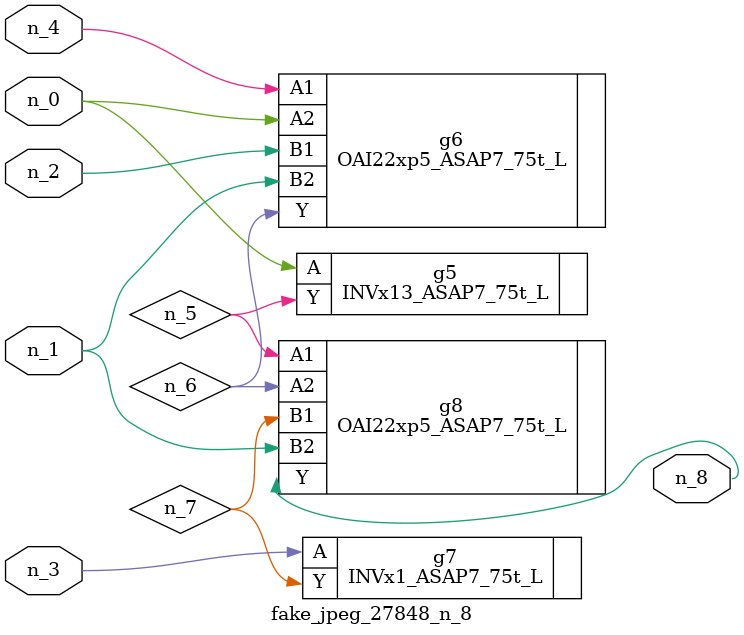
<source format=v>
module fake_jpeg_27848_n_8 (n_3, n_2, n_1, n_0, n_4, n_8);

input n_3;
input n_2;
input n_1;
input n_0;
input n_4;

output n_8;

wire n_6;
wire n_5;
wire n_7;

INVx13_ASAP7_75t_L g5 ( 
.A(n_0),
.Y(n_5)
);

OAI22xp5_ASAP7_75t_L g6 ( 
.A1(n_4),
.A2(n_0),
.B1(n_2),
.B2(n_1),
.Y(n_6)
);

INVx1_ASAP7_75t_L g7 ( 
.A(n_3),
.Y(n_7)
);

OAI22xp5_ASAP7_75t_L g8 ( 
.A1(n_5),
.A2(n_6),
.B1(n_7),
.B2(n_1),
.Y(n_8)
);


endmodule
</source>
